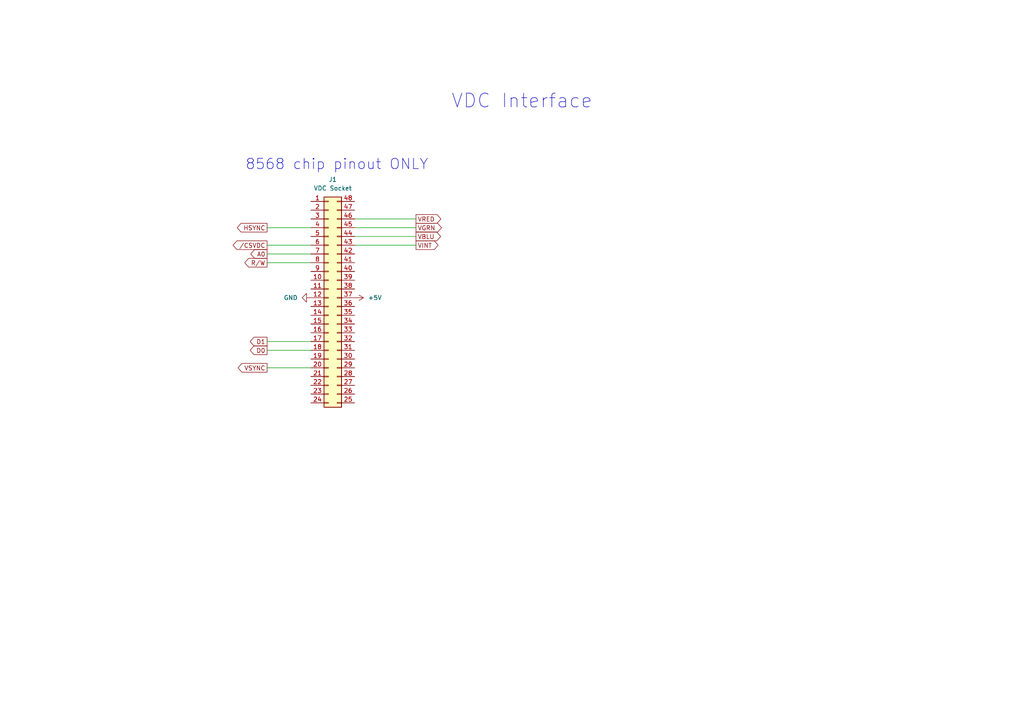
<source format=kicad_sch>
(kicad_sch (version 20230121) (generator eeschema)
  (paper "A4")
  (lib_symbols
    (symbol "Connector_Generic:Conn_02x24_Counter_Clockwise" (pin_names (offset 1.016) hide)
      (property "Reference" "J" (at 1.27 30.48 0))
      (property "Value" "Conn_02x24_Counter_Clockwise" (at 1.27 -33.02 0))
      (symbol "Conn_02x24_Counter_Clockwise_1_1"
        (rectangle (start -1.27 -30.353) (end 0 -30.607) (stroke (width 0.1524)))
        (rectangle (start -1.27 -27.813) (end 0 -28.067) (stroke (width 0.1524)))
        (rectangle (start -1.27 -25.273) (end 0 -25.527) (stroke (width 0.1524)))
        (rectangle (start -1.27 -22.733) (end 0 -22.987) (stroke (width 0.1524)))
        (rectangle (start -1.27 -20.193) (end 0 -20.447) (stroke (width 0.1524)))
        (rectangle (start -1.27 -17.653) (end 0 -17.907) (stroke (width 0.1524)))
        (rectangle (start -1.27 -15.113) (end 0 -15.367) (stroke (width 0.1524)))
        (rectangle (start -1.27 -12.573) (end 0 -12.827) (stroke (width 0.1524)))
        (rectangle (start -1.27 -10.033) (end 0 -10.287) (stroke (width 0.1524)))
        (rectangle (start -1.27 -7.493) (end 0 -7.747) (stroke (width 0.1524)))
        (rectangle (start -1.27 -4.953) (end 0 -5.207) (stroke (width 0.1524)))
        (rectangle (start -1.27 -2.413) (end 0 -2.667) (stroke (width 0.1524)))
        (rectangle (start -1.27 0.127) (end 0 -0.127) (stroke (width 0.1524)))
        (rectangle (start -1.27 2.667) (end 0 2.413) (stroke (width 0.1524)))
        (rectangle (start -1.27 5.207) (end 0 4.953) (stroke (width 0.1524)))
        (rectangle (start -1.27 7.747) (end 0 7.493) (stroke (width 0.1524)))
        (rectangle (start -1.27 10.287) (end 0 10.033) (stroke (width 0.1524)))
        (rectangle (start -1.27 12.827) (end 0 12.573) (stroke (width 0.1524)))
        (rectangle (start -1.27 15.367) (end 0 15.113) (stroke (width 0.1524)))
        (rectangle (start -1.27 17.907) (end 0 17.653) (stroke (width 0.1524)))
        (rectangle (start -1.27 20.447) (end 0 20.193) (stroke (width 0.1524)))
        (rectangle (start -1.27 22.987) (end 0 22.733) (stroke (width 0.1524)))
        (rectangle (start -1.27 25.527) (end 0 25.273) (stroke (width 0.1524)))
        (rectangle (start -1.27 28.067) (end 0 27.813) (stroke (width 0.1524)))
        (rectangle (start -1.27 29.21) (end 3.81 -31.75) (stroke (width 0.254)) (fill (type background)))
        (rectangle (start 3.81 -30.353) (end 2.54 -30.607) (stroke (width 0.1524)))
        (rectangle (start 3.81 -27.813) (end 2.54 -28.067) (stroke (width 0.1524)))
        (rectangle (start 3.81 -25.273) (end 2.54 -25.527) (stroke (width 0.1524)))
        (rectangle (start 3.81 -22.733) (end 2.54 -22.987) (stroke (width 0.1524)))
        (rectangle (start 3.81 -20.193) (end 2.54 -20.447) (stroke (width 0.1524)))
        (rectangle (start 3.81 -17.653) (end 2.54 -17.907) (stroke (width 0.1524)))
        (rectangle (start 3.81 -15.113) (end 2.54 -15.367) (stroke (width 0.1524)))
        (rectangle (start 3.81 -12.573) (end 2.54 -12.827) (stroke (width 0.1524)))
        (rectangle (start 3.81 -10.033) (end 2.54 -10.287) (stroke (width 0.1524)))
        (rectangle (start 3.81 -7.493) (end 2.54 -7.747) (stroke (width 0.1524)))
        (rectangle (start 3.81 -4.953) (end 2.54 -5.207) (stroke (width 0.1524)))
        (rectangle (start 3.81 -2.413) (end 2.54 -2.667) (stroke (width 0.1524)))
        (rectangle (start 3.81 0.127) (end 2.54 -0.127) (stroke (width 0.1524)))
        (rectangle (start 3.81 2.667) (end 2.54 2.413) (stroke (width 0.1524)))
        (rectangle (start 3.81 5.207) (end 2.54 4.953) (stroke (width 0.1524)))
        (rectangle (start 3.81 7.747) (end 2.54 7.493) (stroke (width 0.1524)))
        (rectangle (start 3.81 10.287) (end 2.54 10.033) (stroke (width 0.1524)))
        (rectangle (start 3.81 12.827) (end 2.54 12.573) (stroke (width 0.1524)))
        (rectangle (start 3.81 15.367) (end 2.54 15.113) (stroke (width 0.1524)))
        (rectangle (start 3.81 17.907) (end 2.54 17.653) (stroke (width 0.1524)))
        (rectangle (start 3.81 20.447) (end 2.54 20.193) (stroke (width 0.1524)))
        (rectangle (start 3.81 22.987) (end 2.54 22.733) (stroke (width 0.1524)))
        (rectangle (start 3.81 25.527) (end 2.54 25.273) (stroke (width 0.1524)))
        (rectangle (start 3.81 28.067) (end 2.54 27.813) (stroke (width 0.1524)))
        (pin passive line (at -5.08 27.94 0) (length 3.81) (name "Pin_1") (number "1"))
        (pin passive line (at -5.08 5.08 0) (length 3.81) (name "Pin_10") (number "10"))
        (pin passive line (at -5.08 2.54 0) (length 3.81) (name "Pin_11") (number "11"))
        (pin passive line (at -5.08 0 0) (length 3.81) (name "Pin_12") (number "12"))
        (pin passive line (at -5.08 -2.54 0) (length 3.81) (name "Pin_13") (number "13"))
        (pin passive line (at -5.08 -5.08 0) (length 3.81) (name "Pin_14") (number "14"))
        (pin passive line (at -5.08 -7.62 0) (length 3.81) (name "Pin_15") (number "15"))
        (pin passive line (at -5.08 -10.16 0) (length 3.81) (name "Pin_16") (number "16"))
        (pin passive line (at -5.08 -12.7 0) (length 3.81) (name "Pin_17") (number "17"))
        (pin passive line (at -5.08 -15.24 0) (length 3.81) (name "Pin_18") (number "18"))
        (pin passive line (at -5.08 -17.78 0) (length 3.81) (name "Pin_19") (number "19"))
        (pin passive line (at -5.08 25.4 0) (length 3.81) (name "Pin_2") (number "2"))
        (pin passive line (at -5.08 -20.32 0) (length 3.81) (name "Pin_20") (number "20"))
        (pin passive line (at -5.08 -22.86 0) (length 3.81) (name "Pin_21") (number "21"))
        (pin passive line (at -5.08 -25.4 0) (length 3.81) (name "Pin_22") (number "22"))
        (pin passive line (at -5.08 -27.94 0) (length 3.81) (name "Pin_23") (number "23"))
        (pin passive line (at -5.08 -30.48 0) (length 3.81) (name "Pin_24") (number "24"))
        (pin passive line (at 7.62 -30.48 180) (length 3.81) (name "Pin_25") (number "25"))
        (pin passive line (at 7.62 -27.94 180) (length 3.81) (name "Pin_26") (number "26"))
        (pin passive line (at 7.62 -25.4 180) (length 3.81) (name "Pin_27") (number "27"))
        (pin passive line (at 7.62 -22.86 180) (length 3.81) (name "Pin_28") (number "28"))
        (pin passive line (at 7.62 -20.32 180) (length 3.81) (name "Pin_29") (number "29"))
        (pin passive line (at -5.08 22.86 0) (length 3.81) (name "Pin_3") (number "3"))
        (pin passive line (at 7.62 -17.78 180) (length 3.81) (name "Pin_30") (number "30"))
        (pin passive line (at 7.62 -15.24 180) (length 3.81) (name "Pin_31") (number "31"))
        (pin passive line (at 7.62 -12.7 180) (length 3.81) (name "Pin_32") (number "32"))
        (pin passive line (at 7.62 -10.16 180) (length 3.81) (name "Pin_33") (number "33"))
        (pin passive line (at 7.62 -7.62 180) (length 3.81) (name "Pin_34") (number "34"))
        (pin passive line (at 7.62 -5.08 180) (length 3.81) (name "Pin_35") (number "35"))
        (pin passive line (at 7.62 -2.54 180) (length 3.81) (name "Pin_36") (number "36"))
        (pin passive line (at 7.62 0 180) (length 3.81) (name "Pin_37") (number "37"))
        (pin passive line (at 7.62 2.54 180) (length 3.81) (name "Pin_38") (number "38"))
        (pin passive line (at 7.62 5.08 180) (length 3.81) (name "Pin_39") (number "39"))
        (pin passive line (at -5.08 20.32 0) (length 3.81) (name "Pin_4") (number "4"))
        (pin passive line (at 7.62 7.62 180) (length 3.81) (name "Pin_40") (number "40"))
        (pin passive line (at 7.62 10.16 180) (length 3.81) (name "Pin_41") (number "41"))
        (pin passive line (at 7.62 12.7 180) (length 3.81) (name "Pin_42") (number "42"))
        (pin passive line (at 7.62 15.24 180) (length 3.81) (name "Pin_43") (number "43"))
        (pin passive line (at 7.62 17.78 180) (length 3.81) (name "Pin_44") (number "44"))
        (pin passive line (at 7.62 20.32 180) (length 3.81) (name "Pin_45") (number "45"))
        (pin passive line (at 7.62 22.86 180) (length 3.81) (name "Pin_46") (number "46"))
        (pin passive line (at 7.62 25.4 180) (length 3.81) (name "Pin_47") (number "47"))
        (pin passive line (at 7.62 27.94 180) (length 3.81) (name "Pin_48") (number "48"))
        (pin passive line (at -5.08 17.78 0) (length 3.81) (name "Pin_5") (number "5"))
        (pin passive line (at -5.08 15.24 0) (length 3.81) (name "Pin_6") (number "6"))
        (pin passive line (at -5.08 12.7 0) (length 3.81) (name "Pin_7") (number "7"))
        (pin passive line (at -5.08 10.16 0) (length 3.81) (name "Pin_8") (number "8"))
        (pin passive line (at -5.08 7.62 0) (length 3.81) (name "Pin_9") (number "9"))
      )
    )
    (symbol "power:+5V" (power) (pin_names (offset 0))
      (property "Value" "+5V" (at 0 3.556 0))
      (symbol "+5V_0_1"
        (polyline (pts (xy -0.762 1.27) (xy 0 2.54)))
        (polyline (pts (xy 0 0) (xy 0 2.54)))
        (polyline (pts (xy 0 2.54) (xy 0.762 1.27)))
      )
      (symbol "+5V_1_1"
        (pin power_in line (at 0 0 90) (length 0) hide (name "+5V") (number "1"))
      )
    )
    (symbol "power:GND" (power) (pin_names (offset 0))
      (property "Value" "GND" (at 0 -3.81 0))
      (symbol "GND_0_1"
        (polyline (pts (xy 0 0) (xy 0 -1.27) (xy 1.27 -1.27) (xy 0 -2.54) (xy -1.27 -1.27) (xy 0 -1.27)))
      )
      (symbol "GND_1_1"
        (pin power_in line (at 0 0 270) (length 0) hide (name "GND") (number "1"))
      )
    )
  )
  (wire (pts (xy 102.87 63.5) (xy 120.65 63.5)))
  (wire (pts (xy 102.87 68.58) (xy 120.65 68.58)))
  (wire (pts (xy 77.47 99.06) (xy 90.17 99.06)))
  (wire (pts (xy 102.87 71.12) (xy 120.65 71.12)))
  (wire (pts (xy 77.47 71.12) (xy 90.17 71.12)))
  (wire (pts (xy 102.87 66.04) (xy 120.65 66.04)))
  (wire (pts (xy 77.47 73.66) (xy 90.17 73.66)))
  (wire (pts (xy 77.47 66.04) (xy 90.17 66.04)))
  (wire (pts (xy 77.47 101.6) (xy 90.17 101.6)))
  (wire (pts (xy 77.47 106.68) (xy 90.17 106.68)))
  (wire (pts (xy 77.47 76.2) (xy 90.17 76.2)))
  (text "8568 chip pinout ONLY" (at 71.12 49.53 0) (effects (font (size 3 3)) (justify left bottom)))
  (text "VDC Interface" (at 130.81 31.75 0) (effects (font (size 4 4)) (justify left bottom)))
  (global_label "D1" (shape output) (at 77.47 99.06 180) (property "Intersheetrefs" "${INTERSHEET_REFS}" (effects hide)))
  (global_label "VBLU" (shape output) (at 120.65 68.58 0) (property "Intersheetrefs" "${INTERSHEET_REFS}" (effects hide)))
  (global_label "R{slash}W" (shape output) (at 77.47 76.2 180) (property "Intersheetrefs" "${INTERSHEET_REFS}" (effects hide)))
  (global_label "VSYNC" (shape output) (at 77.47 106.68 180) (property "Intersheetrefs" "${INTERSHEET_REFS}" (effects hide)))
  (global_label "VGRN" (shape output) (at 120.65 66.04 0) (property "Intersheetrefs" "${INTERSHEET_REFS}" (effects hide)))
  (global_label "{slash}CSVDC" (shape output) (at 77.47 71.12 180) (property "Intersheetrefs" "${INTERSHEET_REFS}" (effects hide)))
  (global_label "HSYNC" (shape output) (at 77.47 66.04 180) (property "Intersheetrefs" "${INTERSHEET_REFS}" (effects hide)))
  (global_label "D0" (shape output) (at 77.47 101.6 180) (property "Intersheetrefs" "${INTERSHEET_REFS}" (effects hide)))
  (global_label "VINT" (shape output) (at 120.65 71.12 0) (property "Intersheetrefs" "${INTERSHEET_REFS}" (effects hide)))
  (global_label "A0" (shape output) (at 77.47 73.66 180) (property "Intersheetrefs" "${INTERSHEET_REFS}" (effects hide)))
  (global_label "VRED" (shape output) (at 120.65 63.5 0) (property "Intersheetrefs" "${INTERSHEET_REFS}" (effects hide)))
  (symbol (lib_id "power:+5V") (at 102.87 86.36 270) (unit 1)
    (property "Reference" "#PWR022" (effects hide))
    (property "Value" "+5V" (at 106.68 86.36 90) (effects (justify left)))
  )
  (symbol (lib_id "power:GND") (at 90.17 86.36 270) (unit 1)
    (property "Reference" "#PWR039" (effects hide))
    (property "Value" "GND" (at 86.36 86.36 90) (effects (justify right)))
  )
  (symbol (lib_id "Connector_Generic:Conn_02x24_Counter_Clockwise") (at 95.25 86.36 0) (unit 1)
    (property "Reference" "J1" (at 96.52 52.07 0))
    (property "Value" "VDC Socket" (at 96.52 54.61 0))
    (property "Footprint" "Package_DIP:DIP-48_W15.24mm_Socket" (effects hide))
  )
)
</source>
